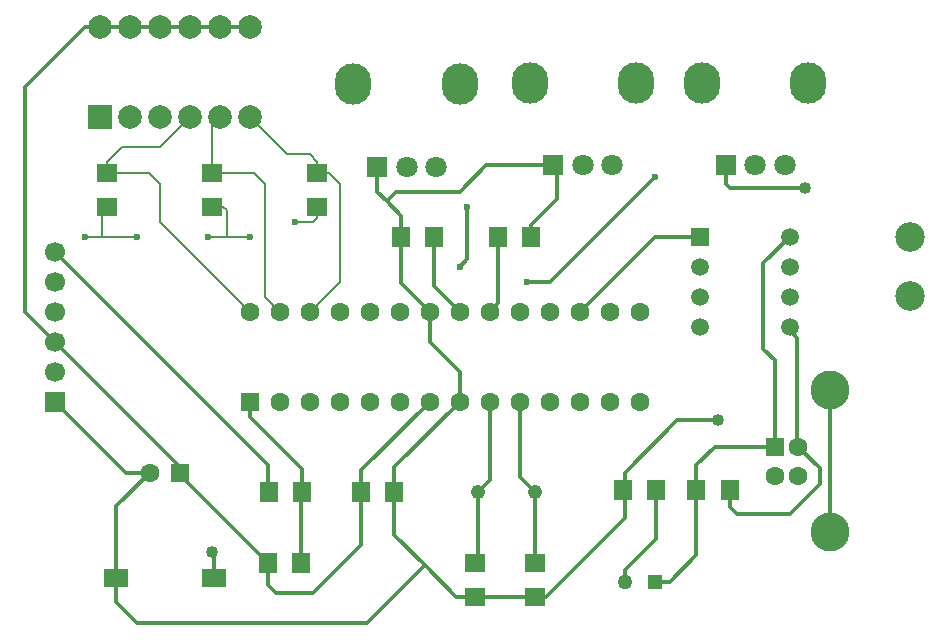
<source format=gtl>
G04 DipTrace 2.4.0.2*
%INÂåðõíèé.gtl*%
%MOIN*%
%ADD13C,0.013*%
%ADD14C,0.0059*%
%ADD15R,0.063X0.0709*%
%ADD16R,0.0709X0.063*%
%ADD17R,0.063X0.063*%
%ADD18C,0.063*%
%ADD19C,0.05*%
%ADD20R,0.05X0.05*%
%ADD21R,0.0669X0.0669*%
%ADD22C,0.0669*%
%ADD23C,0.063*%
%ADD24C,0.1299*%
%ADD25R,0.0709X0.0709*%
%ADD26O,0.122X0.1378*%
%ADD27C,0.0709*%
%ADD28C,0.0236*%
%ADD29R,0.0846X0.0591*%
%ADD30R,0.0787X0.0787*%
%ADD31C,0.0787*%
%ADD32R,0.0591X0.0591*%
%ADD33C,0.0591*%
%ADD34C,0.0984*%
%ADD35C,0.048*%
%ADD36C,0.04*%
%FSLAX44Y44*%
G04*
G70*
G90*
G75*
G01*
%LNTop*%
%LPD*%
X31437Y19562D2*
D13*
X28937D1*
X28812Y19687D1*
Y20312D1*
X20437Y5937D2*
X22437D1*
X30937Y14937D2*
Y14812D1*
X31187Y14562D1*
Y10974D1*
X31224Y10937D1*
X22437Y5937D2*
X22812D1*
X25437Y8562D1*
Y9437D1*
X25386Y9488D1*
X17750Y9437D2*
Y10250D1*
X19937Y12437D1*
X17750Y9437D2*
Y7999D1*
X18777Y6972D1*
X19812Y5937D1*
X20437D1*
X9624Y10062D2*
X8812D1*
X6437Y12437D1*
X8502Y6562D2*
Y8939D1*
X9624Y10062D1*
X8502Y6562D2*
Y5747D1*
X9187Y5062D1*
X16866D1*
X18777Y6972D1*
X28562Y11812D2*
X27187D1*
X25437Y10062D1*
Y9539D1*
X25386Y9488D1*
X28937Y9500D2*
Y8937D1*
X29187Y8687D1*
X30937D1*
X31937Y9687D1*
Y10224D1*
X31224Y10937D1*
X7437Y17937D2*
D14*
X8027D1*
X9187D1*
X8027D2*
Y18777D1*
X8187Y18937D1*
X11562Y17937D2*
X12187D1*
X12937D1*
X15187Y18937D2*
Y18562D1*
X15062Y18437D1*
X14437D1*
X11687Y18937D2*
X12062D1*
X12187Y18812D1*
Y17937D1*
X19937Y12437D2*
D13*
Y13437D1*
X18937Y14437D1*
Y15437D1*
X18000Y17937D2*
Y16374D1*
X18937Y15437D1*
X18000Y17937D2*
Y18624D1*
X17509Y19115D1*
X17187Y19437D1*
Y20250D1*
X23062Y20312D2*
X20812D1*
X19937Y19437D1*
X17831D1*
X17509Y19115D1*
X22312Y17937D2*
Y18312D1*
X23187Y19187D1*
Y20187D1*
X23062Y20312D1*
X19102Y17937D2*
Y16272D1*
X19937Y15437D1*
X30437Y10937D2*
Y13812D1*
X30062Y14187D1*
Y17062D1*
X30937Y17937D1*
X16647Y9437D2*
Y10147D1*
X18937Y12437D1*
X10624Y10062D2*
Y10250D1*
X6437Y14437D1*
X10624Y10062D2*
Y10000D1*
X13562Y7062D1*
X16647Y9437D2*
Y7647D1*
X15062Y6062D1*
X13812D1*
X13562Y6312D1*
Y7062D1*
X27835Y9500D2*
Y7335D1*
X26937Y6437D1*
X26437D1*
X27835Y9500D2*
Y10335D1*
X28437Y10937D1*
X30437D1*
X7937Y24937D2*
X12937D1*
X7937D2*
X7437D1*
X5437Y22937D1*
Y15437D1*
X6437Y14437D1*
X7937Y24937D2*
X8937D1*
X9937D1*
X10937D1*
X11937D1*
X12937D1*
X21210Y17937D2*
Y15710D1*
X20937Y15437D1*
Y12437D2*
Y9837D1*
X20537Y9437D1*
Y7139D1*
X20437Y7039D1*
X21937Y12437D2*
Y9937D1*
X22437Y9437D1*
Y7039D1*
X6437Y17437D2*
X13562Y10312D1*
Y9460D1*
X13585Y9437D1*
X26488Y9488D2*
Y7863D1*
X25437Y6812D1*
Y6437D1*
X32291Y12815D2*
Y8075D1*
X15187Y20039D2*
D14*
Y20437D1*
X14937Y20687D1*
X14187D1*
X12937Y21937D1*
X15187Y20039D2*
X15585D1*
X15937Y19687D1*
Y16437D1*
X14937Y15437D1*
X11687Y20039D2*
Y21687D1*
X11937Y21937D1*
X11687Y20039D2*
X13085D1*
X13437Y19687D1*
Y15937D1*
X13937Y15437D1*
X8187Y20039D2*
Y20437D1*
X8687Y20937D1*
X9937D1*
X10937Y21937D1*
X8187Y20039D2*
X9585D1*
X9937Y19687D1*
Y18437D1*
X12937Y15437D1*
X26437Y19937D2*
D13*
X22937Y16437D1*
X22187D1*
X20187Y18937D2*
Y17187D1*
X19937Y16937D1*
X12937Y12437D2*
Y11937D1*
X14687Y10187D1*
Y9437D1*
X14665Y7062D2*
Y9415D1*
X14687Y9437D1*
X11750Y6562D2*
Y7374D1*
X11687Y7437D1*
X27937Y17937D2*
X26437D1*
X23937Y15437D1*
D36*
X31437Y19562D3*
X28562Y11812D3*
D28*
X7437Y17937D3*
X9187D3*
X11562D3*
X12937D3*
X14437Y18437D3*
X26437Y19937D3*
X22187Y16437D3*
X20187Y18937D3*
X19937Y16937D3*
D36*
X11687Y7437D3*
D15*
X18000Y17937D3*
X19102D3*
D16*
X22437Y5937D3*
Y7039D3*
X20437Y5937D3*
Y7039D3*
D15*
X14687Y9437D3*
X13585D3*
D17*
X10624Y10062D3*
D18*
X9624D3*
D15*
X22312Y17937D3*
X21210D3*
X17750Y9437D3*
X16647D3*
X28937Y9500D3*
X27835D3*
D19*
X25437Y6437D3*
D20*
X26437D3*
D21*
X6437Y12437D3*
D22*
Y13437D3*
Y14437D3*
Y15437D3*
Y16437D3*
Y17437D3*
D17*
X30437Y10937D3*
D23*
Y9953D3*
X31224D3*
Y10937D3*
D24*
X32291Y8075D3*
Y12815D3*
D15*
X14665Y7062D3*
X13562D3*
D25*
X17187Y20250D3*
D26*
X16400Y23006D3*
D27*
X18171Y20250D3*
D26*
X19943Y23006D3*
D27*
X19156Y20250D3*
D25*
X23062Y20312D3*
D26*
X22275Y23068D3*
D27*
X24046Y20312D3*
D26*
X25818Y23068D3*
D27*
X25031Y20312D3*
D25*
X28812D3*
D26*
X28024Y23068D3*
D27*
X29796Y20312D3*
D26*
X31568Y23068D3*
D27*
X30780Y20312D3*
D15*
X25386Y9488D3*
X26488D3*
D16*
X15187Y18937D3*
Y20039D3*
X11687Y18937D3*
Y20039D3*
X8187Y18937D3*
Y20039D3*
D29*
X8502Y6562D3*
X11750D3*
D30*
X7937Y21937D3*
D31*
X8937D3*
X9937D3*
X10937D3*
X11937D3*
X12937D3*
Y24937D3*
X11937D3*
X10937D3*
X9937D3*
X8937D3*
X7937D3*
D17*
X12937Y12437D3*
D18*
X13937D3*
X14937D3*
X15937D3*
X16937D3*
X17937D3*
X18937D3*
X19937D3*
X20937D3*
X21937D3*
X22937D3*
X23937D3*
X24937D3*
X25937D3*
Y15437D3*
X24937D3*
X23937D3*
X22937D3*
X21937D3*
X20937D3*
X19937D3*
X18937D3*
X17937D3*
X16937D3*
X15937D3*
X14937D3*
X13937D3*
X12937D3*
D32*
X27937Y17937D3*
D33*
Y16937D3*
Y15937D3*
Y14937D3*
X30937D3*
Y15937D3*
Y16937D3*
Y17937D3*
D34*
X34937D3*
Y15969D3*
D35*
X22437Y9437D3*
X20537D3*
M02*

</source>
